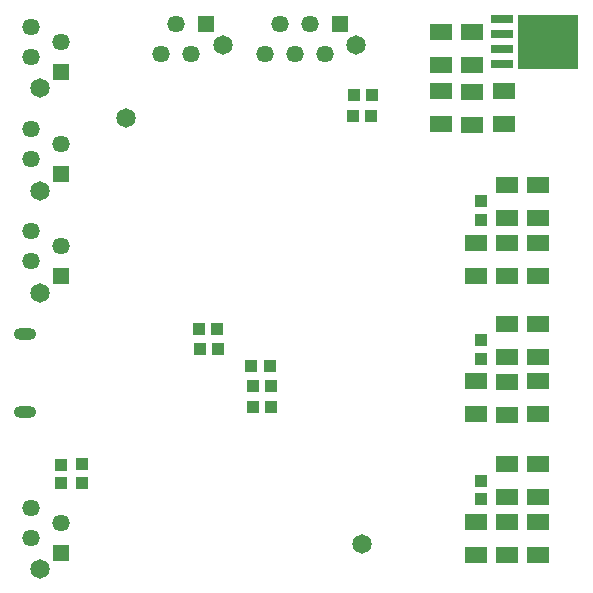
<source format=gbr>
%TF.GenerationSoftware,Altium Limited,Altium Designer,22.9.1 (49)*%
G04 Layer_Color=16711935*
%FSLAX45Y45*%
%MOMM*%
%TF.SameCoordinates,29712687-7F25-45B9-B314-6CDD0CF2420B*%
%TF.FilePolarity,Negative*%
%TF.FileFunction,Soldermask,Bot*%
%TF.Part,Single*%
G01*
G75*
%TA.AperFunction,SMDPad,CuDef*%
%ADD57R,1.05000X1.05000*%
%ADD58R,1.90000X1.40000*%
%ADD59R,1.05000X1.05000*%
%ADD60R,5.20000X4.60000*%
%ADD61R,1.85000X0.70000*%
%ADD62R,1.00000X1.00000*%
%ADD63R,1.00000X1.00000*%
%TA.AperFunction,ComponentPad*%
%ADD64O,1.90000X1.00000*%
%ADD65R,1.45800X1.45800*%
%ADD66C,1.45800*%
%ADD67C,1.65000*%
%ADD68R,1.45800X1.45800*%
%TA.AperFunction,WasherPad*%
%ADD69C,1.65000*%
D57*
X6462503Y5905424D02*
D03*
X6617499D02*
D03*
X6024999Y6044571D02*
D03*
X6180000D02*
D03*
X6630000Y5553366D02*
D03*
X6474999D02*
D03*
X7485001Y8200000D02*
D03*
X7330000D02*
D03*
D58*
X8888003Y5772277D02*
D03*
Y5492277D02*
D03*
X8367103Y5772277D02*
D03*
Y5492277D02*
D03*
X8627498Y5767268D02*
D03*
Y5487268D02*
D03*
Y5982701D02*
D03*
Y6262700D02*
D03*
X8627502Y4790430D02*
D03*
Y5070429D02*
D03*
Y4580005D02*
D03*
Y4300000D02*
D03*
X8887998Y4790430D02*
D03*
Y5070429D02*
D03*
X8887999Y5982701D02*
D03*
X8887996Y6262700D02*
D03*
X8887998Y4580005D02*
D03*
Y4300000D02*
D03*
X8367102Y4580005D02*
D03*
Y4300000D02*
D03*
X8367105Y6944412D02*
D03*
Y6664412D02*
D03*
X8887953Y7434840D02*
D03*
Y7154835D02*
D03*
X8627526Y7434840D02*
D03*
Y7154840D02*
D03*
X8887953Y6944412D02*
D03*
Y6664412D02*
D03*
X8627526Y6944412D02*
D03*
Y6664412D02*
D03*
X8072877Y7951577D02*
D03*
Y8231576D02*
D03*
X8333303Y7946568D02*
D03*
Y8226567D02*
D03*
X8603300Y7951577D02*
D03*
Y8231576D02*
D03*
X8069148Y8731575D02*
D03*
Y8451576D02*
D03*
X8329574Y8731575D02*
D03*
Y8451576D02*
D03*
D59*
X8407102Y4930430D02*
D03*
Y4775429D02*
D03*
X8407103Y6120201D02*
D03*
Y5965200D02*
D03*
X8407105Y7297339D02*
D03*
Y7142339D02*
D03*
X5027856Y5068986D02*
D03*
Y4913990D02*
D03*
D60*
X8974999Y8650000D02*
D03*
D61*
X8585002Y8840500D02*
D03*
Y8713500D02*
D03*
Y8586500D02*
D03*
Y8459500D02*
D03*
D62*
X7477873Y8023363D02*
D03*
X7327870D02*
D03*
X6479998Y5730000D02*
D03*
X6630000D02*
D03*
X6170000Y6220000D02*
D03*
X6020003D02*
D03*
D63*
X4852427Y5063990D02*
D03*
Y4913993D02*
D03*
D64*
X4550000Y6170000D02*
D03*
Y5510000D02*
D03*
D65*
X4850000Y8396002D02*
D03*
X4853997Y4323000D02*
D03*
X4850001Y7526277D02*
D03*
X4854004Y6662552D02*
D03*
D66*
X4596000Y8523002D02*
D03*
X4850000Y8650002D02*
D03*
X4596000Y8777002D02*
D03*
X5699001Y8546002D02*
D03*
X5826001Y8800002D02*
D03*
X5953001Y8546002D02*
D03*
X4599997Y4704000D02*
D03*
X4853997Y4577000D02*
D03*
X4599997Y4450000D02*
D03*
X7083000Y8545999D02*
D03*
X6956000Y8799999D02*
D03*
X6829000Y8545999D02*
D03*
X6702000Y8799999D02*
D03*
X6575000Y8545999D02*
D03*
X4596001Y7907277D02*
D03*
X4850001Y7780277D02*
D03*
X4596001Y7653277D02*
D03*
X4600004Y7043552D02*
D03*
X4854004Y6916552D02*
D03*
X4600004Y6789552D02*
D03*
D67*
X4670001Y8256002D02*
D03*
X6220001Y8620002D02*
D03*
X4673997Y4183000D02*
D03*
X7350000Y8619999D02*
D03*
X4670001Y7386277D02*
D03*
X4674004Y6522552D02*
D03*
D68*
X6080001Y8800002D02*
D03*
X7210000Y8799999D02*
D03*
D69*
X5400000Y8000000D02*
D03*
X7400000Y4400000D02*
D03*
%TF.MD5,9ec51bf273930ad1c5287ee4d921abd3*%
M02*

</source>
